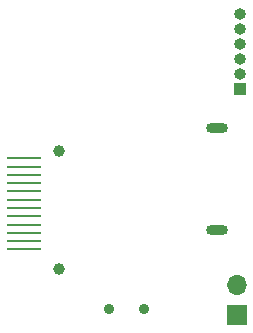
<source format=gbr>
%TF.GenerationSoftware,KiCad,Pcbnew,(6.0.2)*%
%TF.CreationDate,2022-02-22T23:34:33+08:00*%
%TF.ProjectId,screen,73637265-656e-42e6-9b69-6361645f7063,rev?*%
%TF.SameCoordinates,Original*%
%TF.FileFunction,Soldermask,Bot*%
%TF.FilePolarity,Negative*%
%FSLAX46Y46*%
G04 Gerber Fmt 4.6, Leading zero omitted, Abs format (unit mm)*
G04 Created by KiCad (PCBNEW (6.0.2)) date 2022-02-22 23:34:33*
%MOMM*%
%LPD*%
G01*
G04 APERTURE LIST*
%ADD10R,1.000000X1.000000*%
%ADD11O,1.000000X1.000000*%
%ADD12O,1.850000X0.850000*%
%ADD13C,0.900000*%
%ADD14R,1.700000X1.700000*%
%ADD15O,1.700000X1.700000*%
%ADD16R,3.000000X0.200000*%
%ADD17C,1.000000*%
G04 APERTURE END LIST*
D10*
%TO.C,J1*%
X137420000Y-43740000D03*
D11*
X137420000Y-42470000D03*
X137420000Y-41200000D03*
X137420000Y-39930000D03*
X137420000Y-38660000D03*
X137420000Y-37390000D03*
%TD*%
D12*
%TO.C,J2*%
X135450000Y-47080000D03*
X135450000Y-55720000D03*
%TD*%
D13*
%TO.C,SW1*%
X126320000Y-62410000D03*
X129320000Y-62410000D03*
%TD*%
D14*
%TO.C,J3*%
X137170000Y-62880000D03*
D15*
X137170000Y-60340000D03*
%TD*%
D16*
%TO.C,U3*%
X119110000Y-49620000D03*
X119110000Y-50320000D03*
X119110000Y-51020000D03*
X119110000Y-51720000D03*
X119110000Y-52420000D03*
X119110000Y-53120000D03*
X119110000Y-53820000D03*
X119110000Y-54520000D03*
X119110000Y-55220000D03*
X119110000Y-55920000D03*
X119110000Y-56620000D03*
X119110000Y-57320000D03*
D17*
X122110000Y-59000000D03*
X122110000Y-49000000D03*
%TD*%
M02*

</source>
